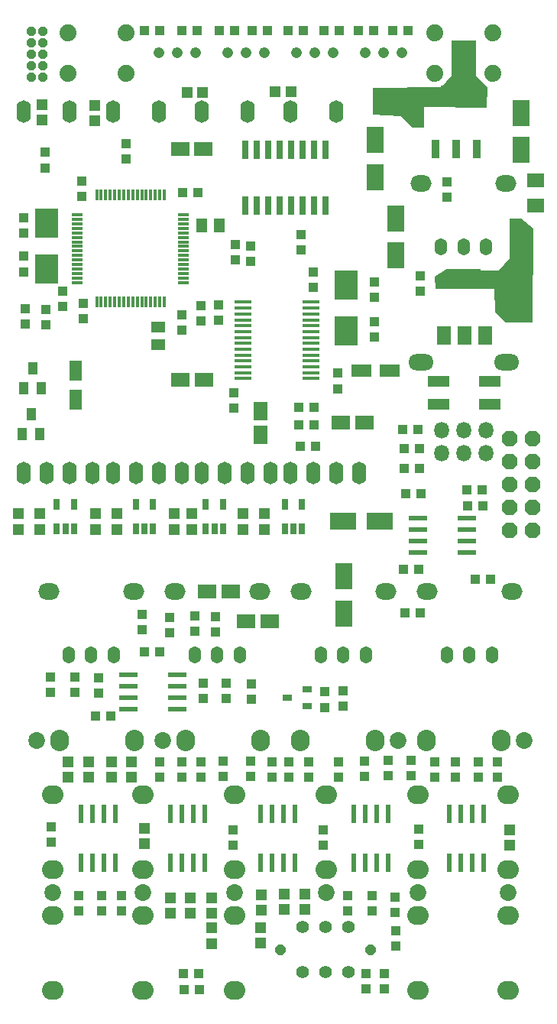
<source format=gts>
G04 DipTrace 3.3.0.0*
G04 monsooon_01.GTS*
%MOIN*%
G04 #@! TF.FileFunction,Soldermask,Top*
G04 #@! TF.Part,Single*
%AMOUTLINE0*
4,1,4,
-0.03937,-0.029528,
0.03937,-0.029528,
0.03937,0.029528,
-0.03937,0.029528,
-0.03937,-0.029528,
0*%
%AMOUTLINE1*
4,1,4,
-0.027559,0.043307,
-0.027559,-0.043307,
0.027559,-0.043307,
0.027559,0.043307,
-0.027559,0.043307,
0*%
%AMOUTLINE2*
4,1,4,
0.03937,0.029528,
-0.03937,0.029528,
-0.03937,-0.029528,
0.03937,-0.029528,
0.03937,0.029528,
0*%
%AMOUTLINE3*
4,1,4,
-0.043307,-0.027559,
0.043307,-0.027559,
0.043307,0.027559,
-0.043307,0.027559,
-0.043307,-0.027559,
0*%
%AMOUTLINE4*
4,1,4,
-0.029528,0.03937,
-0.029528,-0.03937,
0.029528,-0.03937,
0.029528,0.03937,
-0.029528,0.03937,
0*%
%AMOUTLINE5*
4,1,4,
-0.013,-0.04,
0.013,-0.04,
0.013,0.04,
-0.013,0.04,
-0.013,-0.04,
0*%
%AMOUTLINE6*
4,1,4,
0.023622,-0.005906,
0.023622,0.005906,
-0.023622,0.005906,
-0.023622,-0.005906,
0.023622,-0.005906,
0*%
%AMOUTLINE7*
4,1,4,
0.005906,0.023622,
-0.005906,0.023622,
-0.005906,-0.023622,
0.005906,-0.023622,
0.005906,0.023622,
0*%
%AMOUTLINE8*
4,1,4,
-0.023622,0.005906,
-0.023622,-0.005906,
0.023622,-0.005906,
0.023622,0.005906,
-0.023622,0.005906,
0*%
%AMOUTLINE9*
4,1,4,
-0.005906,-0.023622,
0.005906,-0.023622,
0.005906,0.023622,
-0.005906,0.023622,
-0.005906,-0.023622,
0*%
%AMOUTLINE10*
4,1,4,
-0.019685,0.01378,
-0.019685,-0.01378,
0.019685,-0.01378,
0.019685,0.01378,
-0.019685,0.01378,
0*%
%AMOUTLINE11*
4,1,4,
0.0295,0.0395,
-0.0295,0.0395,
-0.0295,-0.0395,
0.0295,-0.0395,
0.0295,0.0395,
0*%
%AMOUTLINE12*
4,1,4,
0.075,0.0395,
-0.075,0.0395,
-0.075,-0.0395,
0.075,-0.0395,
0.075,0.0395,
0*%
%AMOUTLINE13*
4,1,4,
0.0375,0.0075,
-0.0375,0.0075,
-0.0375,-0.0075,
0.0375,-0.0075,
0.0375,0.0075,
0*%
%AMOUTLINE14*
4,1,8,
-0.008419,-0.020325,
-0.020325,-0.008419,
-0.020325,0.008419,
-0.008419,0.020325,
0.008419,0.020325,
0.020325,0.008419,
0.020325,-0.008419,
0.008419,-0.020325,
-0.008419,-0.020325,
0*%
%AMOUTLINE15*
4,1,8,
0.014159,0.034184,
0.034184,0.014159,
0.034184,-0.014159,
0.014159,-0.034184,
-0.014159,-0.034184,
-0.034184,-0.014159,
-0.034184,0.014159,
-0.014159,0.034184,
0.014159,0.034184,
0*%
%AMOUTLINE16*
4,1,4,
0.019685,0.027559,
-0.019685,0.027559,
-0.019685,-0.027559,
0.019685,-0.027559,
0.019685,0.027559,
0*%
%AMOUTLINE17*
4,1,4,
-0.035492,0.031496,
-0.035492,-0.031496,
0.035492,-0.031496,
0.035492,0.031496,
-0.035492,0.031496,
0*%
%AMOUTLINE18*
4,1,8,
0.02197,0.0091,
0.0091,0.02197,
-0.0091,0.02197,
-0.02197,0.0091,
-0.02197,-0.0091,
-0.0091,-0.02197,
0.0091,-0.02197,
0.02197,-0.0091,
0.02197,0.0091,
0*%
%ADD29R,0.03937X0.043307*%
%ADD30R,0.043307X0.03937*%
%ADD31R,0.051181X0.059055*%
%ADD32R,0.059055X0.051181*%
%ADD38R,0.037402X0.084646*%
%ADD40R,0.023622X0.07874*%
%ADD42R,0.07874X0.023622*%
%ADD47C,0.047559*%
%ADD52O,0.054X0.074*%
%ADD53O,0.092388X0.072*%
%ADD54C,0.055433*%
%ADD55C,0.074*%
%ADD73O,0.110394X0.071024*%
%ADD75O,0.063543X0.073031*%
%ADD77R,0.031654X0.051339*%
%ADD87O,0.063031X0.098031*%
%ADD89R,0.10252X0.126142*%
%ADD93O,0.083031X0.093031*%
%ADD95C,0.073031*%
%ADD97O,0.093031X0.083031*%
%ADD103R,0.135984X0.092677*%
%ADD107R,0.094646X0.047402*%
%ADD113R,0.051339X0.047402*%
%ADD115R,0.047402X0.051339*%
%ADD117R,0.072992X0.118268*%
%ADD119R,0.118268X0.072992*%
%ADD126OUTLINE0*%
%ADD127OUTLINE1*%
%ADD128OUTLINE2*%
%ADD129OUTLINE3*%
%ADD130OUTLINE4*%
%ADD131OUTLINE5*%
%ADD132OUTLINE6*%
%ADD133OUTLINE7*%
%ADD134OUTLINE8*%
%ADD135OUTLINE9*%
%ADD136OUTLINE10*%
%ADD137OUTLINE11*%
%ADD138OUTLINE12*%
%ADD139OUTLINE13*%
%ADD140OUTLINE14*%
%ADD141OUTLINE15*%
%ADD142OUTLINE16*%
%ADD143OUTLINE17*%
%ADD144OUTLINE18*%
%FSLAX26Y26*%
G04*
G70*
G90*
G75*
G01*
G04 TopMask*
%LPD*%
D119*
X2016237Y2500129D3*
X1854820D3*
D117*
X2633001Y4120388D3*
Y4281806D3*
D29*
X2308774Y3982413D3*
Y3915484D3*
D117*
X1995832Y4002953D3*
Y4164370D3*
D29*
X1670711Y3751045D3*
Y3684115D3*
X462950Y3656698D3*
Y3589769D3*
Y3756698D3*
Y3823627D3*
X715598Y3916698D3*
Y3983627D3*
X2052621Y1391346D3*
Y1458276D3*
X1153306Y1385735D3*
Y1452664D3*
X887950Y800450D3*
Y867379D3*
X2184984Y1091841D3*
Y1158770D3*
D117*
X1858502Y2098625D3*
Y2260043D3*
D29*
X2192554Y3572311D3*
Y3505382D3*
X632076Y3503667D3*
Y3436737D3*
X1775450Y1756699D3*
Y1689770D3*
X721222Y3453176D3*
Y3386247D3*
D30*
X1155846Y3933407D3*
X1222776D3*
D31*
X1239623Y3791908D3*
X1314426D3*
D29*
X2446487Y1385735D3*
Y1452664D3*
X1981699Y800451D3*
Y867381D3*
X1619184Y1385735D3*
Y1452664D3*
X1769199Y1087950D3*
Y1154879D3*
D32*
X1049488Y3347387D3*
Y3272584D3*
D29*
X1151353Y3401436D3*
Y3334506D3*
X1378745Y3061071D3*
Y2994142D3*
D117*
X2085163Y3661767D3*
Y3823184D3*
D126*
X1143959Y4125727D3*
X1246321D3*
D29*
X1726110Y3522046D3*
Y3588975D3*
X1312144Y3443600D3*
Y3376671D3*
D127*
X688516Y3158055D3*
Y3032071D3*
D29*
X1375450Y1087950D3*
Y1154879D3*
D128*
X1534289Y2064089D3*
X1431926D3*
D29*
X1832458Y3146693D3*
Y3079764D3*
D129*
X1933829Y3156812D3*
X2059814D3*
D126*
X1844653Y2930890D3*
X1947016D3*
D130*
X1493968Y2980613D3*
Y2878251D3*
D30*
X2397106Y2568365D3*
X2464035D3*
X1056699Y1931699D3*
X989770D3*
D29*
X685535Y1755489D3*
Y1822419D3*
D128*
X1364441Y2195773D3*
X1262079D3*
D29*
X1244199Y1727270D3*
Y1794199D3*
D30*
X2121274Y2730795D3*
X2188203D3*
X1662293Y2997100D3*
X1729222D3*
X776639Y1650743D3*
X843568D3*
X2118903Y2290148D3*
X2185832D3*
D29*
X1992161Y3479660D3*
Y3546589D3*
X1990340Y3371589D3*
Y3304660D3*
D128*
X1246984Y3117924D3*
X1144622D3*
D29*
X1235953Y3442325D3*
Y3375396D3*
D115*
X1498176Y805566D3*
Y872495D3*
X1100450Y791984D3*
Y858913D3*
X844199Y1385735D3*
Y1452664D3*
X2581699Y1087950D3*
Y1154879D3*
X987950Y1094199D3*
Y1161129D3*
D107*
X2270445Y3111403D3*
Y3011403D3*
X2495248D3*
Y3111403D3*
D131*
X1777943Y4119944D3*
X1727943D3*
X1677943D3*
X1627943D3*
X1577943D3*
X1527943D3*
X1477943D3*
X1427943D3*
Y3877944D3*
X1477943D3*
X1527943D3*
X1577943D3*
X1627943D3*
X1677943D3*
X1727943D3*
X1777943D3*
D38*
X2257835Y4125449D3*
X2348386D3*
X2438937D3*
D103*
X2348386Y4353795D3*
D40*
X1250449Y1225499D3*
X1200449D3*
X1150449D3*
X1100449D3*
Y1012900D3*
X1150449D3*
X1200449D3*
X1250449D3*
X2469199Y1225449D3*
X2419199D3*
X2369199D3*
X2319199D3*
Y1012850D3*
X2369199D3*
X2419199D3*
X2469199D3*
D132*
X694199Y3837950D3*
Y3818265D3*
Y3798580D3*
Y3778895D3*
Y3759210D3*
Y3739525D3*
Y3719840D3*
Y3700155D3*
Y3680470D3*
Y3660785D3*
Y3641100D3*
Y3621415D3*
Y3601730D3*
Y3582045D3*
Y3562360D3*
Y3542674D3*
D133*
X780278Y3457596D3*
X799963D3*
X819648D3*
X839333D3*
X859018D3*
X878703D3*
X898388D3*
X918073D3*
X937758D3*
X957444D3*
X977129D3*
X996814D3*
X1016499D3*
X1036184D3*
X1055869D3*
X1075554D3*
D134*
X1159632Y3542674D3*
Y3562360D3*
Y3582045D3*
Y3601730D3*
Y3621415D3*
Y3641100D3*
Y3660785D3*
Y3680470D3*
Y3700155D3*
Y3719840D3*
Y3739525D3*
Y3759210D3*
Y3778895D3*
Y3798580D3*
Y3818265D3*
Y3837950D3*
D135*
X1075554Y3924029D3*
X1055869D3*
X1036184D3*
X1016499D3*
X996814D3*
X977129D3*
X957444D3*
X937758D3*
X918073D3*
X898388D3*
X878703D3*
X859018D3*
X839333D3*
X819648D3*
X799963D3*
X780278D3*
D136*
X1699908Y1693856D3*
Y1768659D3*
X1613294Y1731257D3*
D137*
X2294251Y3312413D3*
X2384251D3*
X2474251D3*
D138*
X2383251Y3560413D3*
D139*
X1419199Y3456699D3*
Y3431109D3*
Y3405518D3*
Y3379928D3*
Y3354337D3*
Y3328747D3*
Y3303156D3*
Y3277566D3*
Y3251975D3*
Y3226384D3*
Y3200794D3*
Y3175203D3*
Y3149613D3*
Y3124022D3*
X1714648D3*
Y3149613D3*
Y3175203D3*
Y3200794D3*
Y3226384D3*
Y3251975D3*
Y3277566D3*
Y3303156D3*
Y3328747D3*
Y3354337D3*
Y3379928D3*
Y3405518D3*
Y3431109D3*
Y3456699D3*
D42*
X2183329Y2515205D3*
Y2465205D3*
Y2415205D3*
Y2365205D3*
X2395928D3*
Y2415205D3*
Y2465205D3*
Y2515205D3*
X919199Y1831699D3*
Y1781699D3*
Y1731699D3*
Y1681699D3*
X1131798D3*
Y1731699D3*
Y1781699D3*
Y1831699D3*
D40*
X1644201Y1225499D3*
X1594201D3*
X1544201D3*
X1494201D3*
Y1012900D3*
X1544201D3*
X1594201D3*
X1644201D3*
X2050450Y1225449D3*
X2000450D3*
X1950450D3*
X1900450D3*
Y1012850D3*
X1950450D3*
X2000450D3*
X2050450D3*
X862949Y1225499D3*
X812949D3*
X762949D3*
X712949D3*
Y1012900D3*
X762949D3*
X812949D3*
X862949D3*
D97*
X1381699Y781199D3*
Y456199D3*
D95*
Y881199D3*
D97*
X2181699Y982199D3*
Y1307199D3*
D95*
Y882199D3*
D97*
X1781699Y982199D3*
Y1307199D3*
D95*
Y882199D3*
D97*
X981699Y982199D3*
Y1307199D3*
D95*
Y882199D3*
D97*
X2575450Y982199D3*
Y1307199D3*
D95*
Y882199D3*
D93*
X2543699Y1544199D3*
X2218699D3*
D95*
X2643699D3*
D97*
X2575450Y781199D3*
Y456199D3*
D95*
Y881199D3*
D97*
X2181699Y781199D3*
Y456199D3*
D95*
Y881199D3*
D97*
X1381699Y982199D3*
Y1307199D3*
D95*
Y882199D3*
D97*
X587950Y982199D3*
Y1307199D3*
D95*
Y882199D3*
D97*
X981699Y781199D3*
Y456199D3*
D95*
Y881199D3*
D97*
X587950Y781199D3*
Y456199D3*
D95*
Y881199D3*
D93*
X1993699Y1544199D3*
X1668699D3*
D95*
X2093699D3*
D93*
X1169699D3*
X1494699D3*
D95*
X1069699D3*
D93*
X619699D3*
X944699D3*
D95*
X519699D3*
D140*
X494201Y4637950D3*
X544199D3*
X494201Y4587950D3*
X544199D3*
X494201Y4537950D3*
X544199D3*
X494201Y4487950D3*
X544199D3*
X494201Y4437950D3*
X544199D3*
D141*
X2681699Y2462950D3*
X2581699D3*
X2681699Y2562950D3*
X2581699D3*
X2681699Y2662950D3*
X2581699D3*
X2681699Y2762950D3*
X2581699D3*
X2681699Y2862950D3*
X2581699D3*
D47*
X2110440Y4544199D3*
X2031699D3*
X1952959D3*
X1810440D3*
X1731699D3*
X1652959D3*
X1510440D3*
X1431699D3*
X1352959D3*
X1210440D3*
X1131699D3*
X1052959D3*
D142*
X462950Y3081699D3*
X500352Y3168314D3*
X537753Y3081699D3*
X456699Y2880631D3*
X494101Y2967245D3*
X531503Y2880631D3*
D89*
X562950Y3600450D3*
Y3800077D3*
X1869199Y3531699D3*
Y3332072D3*
D29*
X2033627Y460024D3*
Y526953D3*
X1956198Y461857D3*
Y528786D3*
D30*
X1987950Y4641092D3*
X1921021D3*
X2137950D3*
X2071021D3*
X1837950D3*
X1771021D3*
X1681699D3*
X1614770D3*
X1525450D3*
X1458521D3*
X1381699D3*
X1314770D3*
X1219199D3*
X1152270D3*
X1054484D3*
X987555D3*
D143*
X2695269Y3877538D3*
Y3989506D3*
D30*
X1228298Y459642D3*
X1161369D3*
D29*
X907160Y4148350D3*
Y4081421D3*
X469400Y3360228D3*
Y3427157D3*
D30*
X1226369Y527193D3*
X1159440D3*
D29*
X558714Y3358110D3*
Y3425039D3*
X554814Y4110052D3*
Y4043123D3*
D87*
X1825450Y2713047D3*
X1925450D3*
X1825450Y4287850D3*
X1725450Y2713047D3*
X1625450Y4287850D3*
Y2713047D3*
X1050450Y2713058D3*
X1150450D3*
X1050450Y4287861D3*
X950450Y2713058D3*
X850450Y4287861D3*
Y2713058D3*
D52*
X2283274Y3699860D3*
X2381699D3*
X2480125D3*
D53*
X2196660Y3975450D3*
X2566739D3*
D29*
X1054058Y1383857D3*
Y1450786D3*
X1330260Y1387857D3*
Y1454786D3*
X700968Y801345D3*
Y868274D3*
X582938Y1101705D3*
Y1168634D3*
X1234556Y1452664D3*
Y1385735D3*
X800450Y869199D3*
Y802270D3*
X2152621Y1458276D3*
Y1391346D3*
X1946949Y1387705D3*
Y1454634D3*
X1834387Y1385884D3*
Y1452814D3*
X1856699Y1694199D3*
Y1761129D3*
X1706684Y1452664D3*
Y1385735D3*
X1451745Y1388235D3*
Y1455164D3*
X1544184Y1385735D3*
Y1452664D3*
X2344199D3*
Y1385735D3*
X1875450Y869199D3*
Y802270D3*
X2256560Y1385735D3*
Y1452664D3*
X2084518Y713548D3*
Y646619D3*
X2527268Y1385735D3*
Y1452664D3*
X2081699Y794199D3*
Y861129D3*
X1385764Y3640080D3*
Y3707009D3*
X1451125Y3635075D3*
Y3702004D3*
D52*
X1758274Y1918609D3*
X1856699D3*
X1955125D3*
D53*
X1671660Y2194199D3*
X2041739D3*
D87*
X1437949Y2713047D3*
X1537949D3*
X1437949Y4287850D3*
X1337949Y2713047D3*
X1237949Y4287850D3*
Y2713047D3*
X662959D3*
X762959D3*
X662959Y4287850D3*
X562959Y2713047D3*
X462959Y4287850D3*
Y2713047D3*
D52*
X2308274Y1918609D3*
X2406699D3*
X2505125D3*
D53*
X2221660Y2194199D3*
X2591739D3*
D30*
X2193963Y2622655D3*
X2127034D3*
X2395417Y2639272D3*
X2462346D3*
D29*
X1346415Y1796415D3*
Y1729486D3*
X788357Y1819087D3*
Y1752157D3*
X1209929Y2020033D3*
Y2086962D3*
X977297Y2028245D3*
Y2095174D3*
X1098304Y2015094D3*
Y2082024D3*
D30*
X2115197Y2900432D3*
X2182126D3*
X2187358Y2818123D3*
X2120429D3*
X1667111Y2827020D3*
X1734041D3*
X1729222Y2922106D3*
X1662293D3*
X2125770Y2101048D3*
X2192699D3*
X2432527Y2249022D3*
X2499457D3*
D29*
X1297188Y2018417D3*
Y2085346D3*
D115*
X1598516Y873631D3*
Y806702D3*
D29*
X579286Y1755489D3*
Y1822419D3*
X1456699Y1725450D3*
Y1792379D3*
D115*
X1687886Y806702D3*
Y873631D3*
X1494199Y729879D3*
Y662950D3*
D52*
X1208274Y1918609D3*
X1306699D3*
X1405125D3*
D53*
X1121660Y2194199D3*
X1491739D3*
D115*
X1187950Y858913D3*
Y791984D3*
X1281699D3*
Y858913D3*
X1282627Y726774D3*
Y659845D3*
D52*
X658274Y1918609D3*
X756699D3*
X855125D3*
D53*
X571660Y2194199D3*
X941739D3*
D115*
X931699Y1452664D3*
Y1385735D3*
X656699D3*
Y1452664D3*
X744199Y1385735D3*
Y1452664D3*
D113*
X1560168Y4374050D3*
X1627097D3*
D115*
X1512950Y2533445D3*
Y2466516D3*
X1419199D3*
Y2533445D3*
D113*
X1241192Y4370988D3*
X1174262D3*
D115*
X1196415Y2533445D3*
Y2466516D3*
X1119199D3*
Y2533445D3*
X772982Y4313614D3*
Y4246685D3*
X869199Y2533445D3*
Y2466516D3*
X775450D3*
Y2533445D3*
X542335Y4318222D3*
Y4251293D3*
X531699Y2533445D3*
Y2466516D3*
X440164D3*
Y2533445D3*
D144*
X1975400Y631699D3*
X1581699D3*
D54*
X1876975Y533274D3*
X1778550D3*
X1680125D3*
X1876975Y730125D3*
X1778550D3*
X1680125D3*
D55*
X2253699Y4455199D3*
X2509699D3*
X2253699Y4633199D3*
X2509699D3*
X653699Y4455199D3*
X909699D3*
X653699Y4633199D3*
X909699D3*
D77*
X1600449Y2469199D3*
X1637850D3*
X1675252D3*
Y2575498D3*
X1600449D3*
X1256699Y2469199D3*
X1294101D3*
X1331503D3*
Y2575498D3*
X1256699D3*
X950449Y2469199D3*
X987850D3*
X1025252D3*
Y2575498D3*
X950449D3*
X606699Y2469199D3*
X644101D3*
X681503D3*
Y2575498D3*
X606699D3*
D75*
X2479692Y2899199D3*
X2381699Y2898924D3*
X2283699Y2899199D3*
D73*
X2194692Y3194199D3*
X2568707D3*
D75*
X2479692Y2799199D3*
X2381699Y2798924D3*
X2283707Y2799199D3*
G36*
X1986303Y4392825D2*
X1984595Y4273283D1*
X2104991Y4269868D1*
X2157077Y4218636D1*
X2207969Y4218120D1*
X2208552Y4307934D1*
X2483242Y4305017D1*
X2485575Y4393665D1*
X2435675Y4444367D1*
X2436451Y4599616D1*
X2329329D1*
X2327776Y4444367D1*
X2286635Y4394688D1*
D1*
X1986303Y4392825D1*
G37*
G36*
X2258111Y3514949D2*
X2516834D1*
X2517688Y3415046D1*
X2564651Y3368083D1*
X2681631D1*
X2686754Y3778795D1*
X2632960Y3821488D1*
X2581728Y3820634D1*
X2582582Y3649007D1*
X2534765Y3596067D1*
X2302512Y3596920D1*
X2254696Y3567889D1*
D1*
X2258111Y3514949D1*
G37*
M02*

</source>
